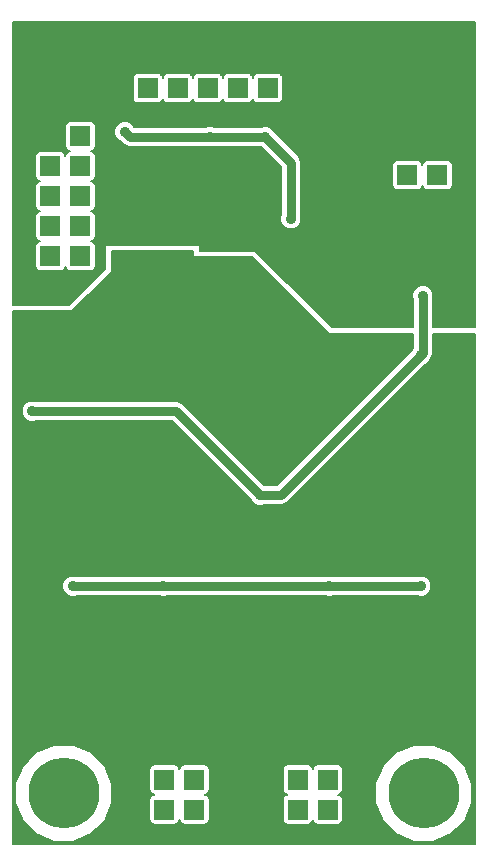
<source format=gbr>
G04 #@! TF.FileFunction,Copper,L1,Top,Signal*
%FSLAX46Y46*%
G04 Gerber Fmt 4.6, Leading zero omitted, Abs format (unit mm)*
G04 Created by KiCad (PCBNEW 0.201503110816+5502~22~ubuntu14.04.1-product) date St 11. březen 2015, 23:45:28 CET*
%MOMM*%
G01*
G04 APERTURE LIST*
%ADD10C,0.100000*%
%ADD11R,1.651000X1.651000*%
%ADD12C,6.000000*%
%ADD13C,0.889000*%
%ADD14C,0.500000*%
%ADD15C,0.254000*%
%ADD16C,0.600000*%
%ADD17C,0.400000*%
%ADD18C,0.800000*%
%ADD19C,0.300000*%
%ADD20C,0.200000*%
G04 APERTURE END LIST*
D10*
D11*
X58820253Y-85714615D03*
X58820253Y-83174615D03*
X53740253Y-85714615D03*
X56280253Y-85714615D03*
X61360253Y-85714615D03*
X61360253Y-83174615D03*
X56280253Y-83174615D03*
X53740253Y-83174615D03*
X47517253Y-85714615D03*
X47517253Y-83174615D03*
X42437253Y-85714615D03*
X44977253Y-85714615D03*
X50057253Y-85714615D03*
X50057253Y-83174615D03*
X44977253Y-83174615D03*
X42437253Y-83174615D03*
X65551253Y-29453615D03*
X65551253Y-31993615D03*
X65551253Y-34533615D03*
X68091253Y-34533615D03*
X68091253Y-31993615D03*
X68091253Y-29453615D03*
X37865253Y-33771615D03*
X35325253Y-33771615D03*
X37865253Y-38851615D03*
X37865253Y-36311615D03*
X37865253Y-31231615D03*
X35325253Y-31231615D03*
X35325253Y-36311615D03*
X35325253Y-38851615D03*
X51200253Y-24627615D03*
X43580253Y-22087615D03*
X48660253Y-22087615D03*
X43580253Y-24627615D03*
X53740253Y-22087615D03*
X51200253Y-22087615D03*
X46120253Y-22087615D03*
X53740253Y-24627615D03*
X46120253Y-24627615D03*
X48660253Y-24627615D03*
D12*
X36468253Y-23357615D03*
X66948253Y-23357615D03*
X66948253Y-84317615D03*
X36468253Y-84317615D03*
D11*
X37865253Y-28691615D03*
X35325253Y-28691615D03*
D13*
X37992253Y-44185615D03*
X40405253Y-46979615D03*
X40151253Y-42661615D03*
X46882253Y-39740615D03*
X52470253Y-39613615D03*
X46628253Y-42788615D03*
X44723253Y-43042615D03*
X47390253Y-41391615D03*
X45485253Y-38978615D03*
X67966793Y-64393855D03*
X44888353Y-45519115D03*
X45170293Y-49517075D03*
X44926453Y-53824915D03*
X36976253Y-47106615D03*
X54565753Y-53614095D03*
X56412333Y-52747955D03*
X58289393Y-52775895D03*
X54766413Y-49484055D03*
X56729833Y-48330895D03*
X46041513Y-57673015D03*
X50133453Y-58569635D03*
X48152253Y-58153075D03*
X54611473Y-57385995D03*
X43473573Y-43743655D03*
X45401433Y-40599135D03*
X63646253Y-46217615D03*
X62376253Y-47995615D03*
X60699853Y-46624015D03*
X66186253Y-51373815D03*
X69920053Y-51170615D03*
X69462853Y-56428415D03*
X66668853Y-55971215D03*
X68116653Y-58257215D03*
X56788253Y-79237615D03*
X59328253Y-73141615D03*
X59836253Y-69077615D03*
X57423253Y-68569615D03*
X57677253Y-65267615D03*
X60090253Y-51424615D03*
X60090253Y-56631615D03*
X63011253Y-63362615D03*
X41548253Y-63108615D03*
X46374253Y-64505615D03*
X52724253Y-79872615D03*
X47898253Y-78221615D03*
X46501253Y-75681615D03*
X40913253Y-76951615D03*
X36468253Y-71871615D03*
X33928253Y-68442615D03*
X62884253Y-77078615D03*
X67583253Y-77078615D03*
X66567253Y-71363615D03*
X56661253Y-72379615D03*
X52597253Y-76951615D03*
X68599253Y-53314375D03*
X68218253Y-51170615D03*
X70250253Y-58663615D03*
X66186253Y-53710615D03*
X48152253Y-64124615D03*
X54121253Y-63616615D03*
X57169253Y-60187615D03*
X33801253Y-51975621D03*
X66732353Y-47195515D03*
X66856813Y-42209495D03*
X53090013Y-59080175D03*
X40405253Y-34660615D03*
X60344253Y-20690615D03*
X61233253Y-23103615D03*
X58312253Y-23230615D03*
X58312253Y-26913615D03*
X52724253Y-30850615D03*
X49168253Y-31739615D03*
X47263253Y-34152615D03*
X46247253Y-35930615D03*
X45358253Y-37200615D03*
X47136253Y-37200615D03*
X48660253Y-37200615D03*
X48660253Y-35549615D03*
X56153253Y-38470615D03*
X56153253Y-40121615D03*
X60598253Y-42788615D03*
X45231253Y-31993615D03*
X45239744Y-33263615D03*
X49930253Y-30088615D03*
X55683353Y-35679155D03*
X48817733Y-28739875D03*
X53511653Y-28757655D03*
X41621913Y-28315695D03*
X66694253Y-66791615D03*
X58947253Y-66791615D03*
X44850253Y-66791615D03*
X37230253Y-66791615D03*
D14*
X36976253Y-45201615D02*
X37547754Y-44630114D01*
X36976253Y-47106615D02*
X36976253Y-45201615D01*
X37547754Y-44630114D02*
X37992253Y-44185615D01*
X40151253Y-46725615D02*
X40405253Y-46979615D01*
X40151253Y-42661615D02*
X40151253Y-46725615D01*
D15*
X43473573Y-43743655D02*
X46882253Y-40334975D01*
D16*
X47009253Y-39613615D02*
X46882253Y-39740615D01*
D15*
X46882253Y-40334975D02*
X46882253Y-39740615D01*
D16*
X52470253Y-39613615D02*
X47009253Y-39613615D01*
D15*
X46374253Y-43042615D02*
X46628253Y-42788615D01*
X44723253Y-43042615D02*
X46374253Y-43042615D01*
X46761636Y-41391615D02*
X47390253Y-41391615D01*
X46193913Y-41391615D02*
X46761636Y-41391615D01*
X45401433Y-40599135D02*
X46193913Y-41391615D01*
D17*
X45688453Y-64386235D02*
X46317070Y-64386235D01*
X46317070Y-64386235D02*
X48152253Y-62551052D01*
X48152253Y-62551052D02*
X48152253Y-58781692D01*
X48152253Y-58781692D02*
X48152253Y-58153075D01*
D15*
X45170293Y-49517075D02*
X45170293Y-45801055D01*
X45170293Y-45801055D02*
X44888353Y-45519115D01*
D17*
X58261453Y-52747955D02*
X58289393Y-52775895D01*
X56412333Y-52747955D02*
X58261453Y-52747955D01*
X55576673Y-49484055D02*
X56729833Y-48330895D01*
X54766413Y-49484055D02*
X55576673Y-49484055D01*
X49236833Y-57673015D02*
X50133453Y-58569635D01*
X46041513Y-57673015D02*
X49236833Y-57673015D01*
D14*
X63646253Y-46725615D02*
X62376253Y-47995615D01*
X63646253Y-46217615D02*
X63646253Y-46725615D01*
X62071453Y-47995615D02*
X60699853Y-46624015D01*
X62376253Y-47995615D02*
X62071453Y-47995615D01*
X69716853Y-51373815D02*
X69920053Y-51170615D01*
X66186253Y-51373815D02*
X69716853Y-51373815D01*
X67126053Y-56428415D02*
X66668853Y-55971215D01*
X69462853Y-56428415D02*
X67126053Y-56428415D01*
D18*
X56788253Y-75681615D02*
X59328253Y-73141615D01*
X56788253Y-79237615D02*
X56788253Y-75681615D01*
X57931253Y-69077615D02*
X57423253Y-68569615D01*
X59836253Y-69077615D02*
X57931253Y-69077615D01*
X58738973Y-52775895D02*
X60090253Y-51424615D01*
X58289393Y-52775895D02*
X58738973Y-52775895D01*
D14*
X61106253Y-65267615D02*
X63011253Y-63362615D01*
X57677253Y-65267615D02*
X61106253Y-65267615D01*
X41548253Y-63108615D02*
X42945253Y-64505615D01*
X42945253Y-64505615D02*
X45745636Y-64505615D01*
X45745636Y-64505615D02*
X46374253Y-64505615D01*
X51073253Y-78221615D02*
X47898253Y-78221615D01*
X52724253Y-79872615D02*
X51073253Y-78221615D01*
X45231253Y-76951615D02*
X40913253Y-76951615D01*
X46501253Y-75681615D02*
X45231253Y-76951615D01*
X36468253Y-70982615D02*
X33928253Y-68442615D01*
X36468253Y-71871615D02*
X36468253Y-70982615D01*
X62884253Y-76697615D02*
X62884253Y-77078615D01*
X59328253Y-73141615D02*
X62884253Y-76697615D01*
X67583253Y-72379615D02*
X66567253Y-71363615D01*
X67583253Y-77078615D02*
X67583253Y-72379615D01*
X52597253Y-76443615D02*
X52597253Y-76951615D01*
X56661253Y-72379615D02*
X52597253Y-76443615D01*
X66389453Y-51170615D02*
X66186253Y-51373815D01*
X68218253Y-51170615D02*
X66389453Y-51170615D01*
X69462853Y-57876215D02*
X70250253Y-58663615D01*
X69462853Y-56428415D02*
X69462853Y-57876215D01*
X48660253Y-63616615D02*
X53492636Y-63616615D01*
D18*
X56026253Y-63616615D02*
X54749870Y-63616615D01*
X57677253Y-65267615D02*
X56026253Y-63616615D01*
X54749870Y-63616615D02*
X54121253Y-63616615D01*
D14*
X48152253Y-64124615D02*
X48660253Y-63616615D01*
X53492636Y-63616615D02*
X54121253Y-63616615D01*
D18*
X60090253Y-57266615D02*
X57613752Y-59743116D01*
X60090253Y-56631615D02*
X60090253Y-57266615D01*
X57613752Y-59743116D02*
X57169253Y-60187615D01*
X66856813Y-47071055D02*
X66732353Y-47195515D01*
X66856813Y-42209495D02*
X66856813Y-47071055D01*
X54847693Y-59080175D02*
X53090013Y-59080175D01*
X66732353Y-47195515D02*
X54847693Y-59080175D01*
X45985459Y-51975621D02*
X33801253Y-51975621D01*
X53090013Y-59080175D02*
X45985459Y-51975621D01*
D19*
X46247253Y-35930615D02*
X41675253Y-35930615D01*
X41675253Y-35930615D02*
X40405253Y-34660615D01*
D16*
X61233253Y-23103615D02*
X61233253Y-21579615D01*
X61233253Y-21579615D02*
X60344253Y-20690615D01*
X58312253Y-26913615D02*
X58312253Y-23230615D01*
X47263253Y-34152615D02*
X47263253Y-33644615D01*
X47263253Y-33644615D02*
X49168253Y-31739615D01*
X45358253Y-37200615D02*
X45358253Y-36819615D01*
X45358253Y-36819615D02*
X46247253Y-35930615D01*
X48660253Y-37200615D02*
X47136253Y-37200615D01*
X51390754Y-38026116D02*
X48914253Y-35549615D01*
X48914253Y-35549615D02*
X48660253Y-35549615D01*
X56153253Y-38470615D02*
X55708754Y-38026116D01*
X55708754Y-38026116D02*
X51390754Y-38026116D01*
X60598253Y-42788615D02*
X58820253Y-42788615D01*
X58820253Y-42788615D02*
X56153253Y-40121615D01*
D19*
X45239744Y-33263615D02*
X45239744Y-32002106D01*
X45239744Y-32002106D02*
X45231253Y-31993615D01*
D16*
X50692253Y-30850615D02*
X50374752Y-30533114D01*
X52724253Y-30850615D02*
X50692253Y-30850615D01*
X50374752Y-30533114D02*
X49930253Y-30088615D01*
D18*
X55683353Y-30929355D02*
X53511653Y-28757655D01*
X55683353Y-35679155D02*
X55683353Y-30929355D01*
X48835513Y-28757655D02*
X48817733Y-28739875D01*
X53511653Y-28757655D02*
X48835513Y-28757655D01*
X42046093Y-28739875D02*
X41621913Y-28315695D01*
X48817733Y-28739875D02*
X42046093Y-28739875D01*
X66694253Y-66791615D02*
X58947253Y-66791615D01*
X58947253Y-66791615D02*
X44850253Y-66791615D01*
X44850253Y-66791615D02*
X37230253Y-66791615D01*
D20*
G36*
X71272253Y-19033615D02*
X71272253Y-23343299D01*
X54565753Y-23343299D01*
X52914753Y-23343299D01*
X52743170Y-23376590D01*
X52592363Y-23475654D01*
X52491415Y-23625205D01*
X52470489Y-23729550D01*
X52451278Y-23630532D01*
X52352214Y-23479725D01*
X52202663Y-23378777D01*
X52025753Y-23343299D01*
X50374753Y-23343299D01*
X50203170Y-23376590D01*
X50052363Y-23475654D01*
X49951415Y-23625205D01*
X49930489Y-23729550D01*
X49911278Y-23630532D01*
X49812214Y-23479725D01*
X49662663Y-23378777D01*
X49485753Y-23343299D01*
X47834753Y-23343299D01*
X47663170Y-23376590D01*
X47512363Y-23475654D01*
X47411415Y-23625205D01*
X47390489Y-23729550D01*
X47371278Y-23630532D01*
X47272214Y-23479725D01*
X47122663Y-23378777D01*
X46945753Y-23343299D01*
X45294753Y-23343299D01*
X45123170Y-23376590D01*
X44972363Y-23475654D01*
X44871415Y-23625205D01*
X44850489Y-23729550D01*
X44831278Y-23630532D01*
X44732214Y-23479725D01*
X44582663Y-23378777D01*
X44405753Y-23343299D01*
X42754753Y-23343299D01*
X42583170Y-23376590D01*
X42432363Y-23475654D01*
X42331415Y-23625205D01*
X42295937Y-23802115D01*
X42295937Y-25453115D01*
X42329228Y-25624698D01*
X42428292Y-25775505D01*
X42577843Y-25876453D01*
X42754753Y-25911931D01*
X44405753Y-25911931D01*
X44577336Y-25878640D01*
X44728143Y-25779576D01*
X44829091Y-25630025D01*
X44850016Y-25525681D01*
X44869228Y-25624698D01*
X44968292Y-25775505D01*
X45117843Y-25876453D01*
X45294753Y-25911931D01*
X46945753Y-25911931D01*
X47117336Y-25878640D01*
X47268143Y-25779576D01*
X47369091Y-25630025D01*
X47390016Y-25525681D01*
X47409228Y-25624698D01*
X47508292Y-25775505D01*
X47657843Y-25876453D01*
X47834753Y-25911931D01*
X49485753Y-25911931D01*
X49657336Y-25878640D01*
X49808143Y-25779576D01*
X49909091Y-25630025D01*
X49930016Y-25525681D01*
X49949228Y-25624698D01*
X50048292Y-25775505D01*
X50197843Y-25876453D01*
X50374753Y-25911931D01*
X52025753Y-25911931D01*
X52197336Y-25878640D01*
X52348143Y-25779576D01*
X52449091Y-25630025D01*
X52470016Y-25525681D01*
X52489228Y-25624698D01*
X52588292Y-25775505D01*
X52737843Y-25876453D01*
X52914753Y-25911931D01*
X54565753Y-25911931D01*
X54737336Y-25878640D01*
X54888143Y-25779576D01*
X54989091Y-25630025D01*
X55024569Y-25453115D01*
X55024569Y-23802115D01*
X54991278Y-23630532D01*
X54892214Y-23479725D01*
X54742663Y-23378777D01*
X54565753Y-23343299D01*
X71272253Y-23343299D01*
X71272253Y-27407299D01*
X38690753Y-27407299D01*
X37039753Y-27407299D01*
X36868170Y-27440590D01*
X36717363Y-27539654D01*
X36616415Y-27689205D01*
X36580937Y-27866115D01*
X36580937Y-29517115D01*
X36614228Y-29688698D01*
X36713292Y-29839505D01*
X36862843Y-29940453D01*
X36967187Y-29961379D01*
X36868170Y-29980590D01*
X36717363Y-30079654D01*
X36616415Y-30229205D01*
X36595489Y-30333550D01*
X36576278Y-30234532D01*
X36477214Y-30083725D01*
X36327663Y-29982777D01*
X36150753Y-29947299D01*
X34499753Y-29947299D01*
X34328170Y-29980590D01*
X34177363Y-30079654D01*
X34076415Y-30229205D01*
X34040937Y-30406115D01*
X34040937Y-32057115D01*
X34074228Y-32228698D01*
X34173292Y-32379505D01*
X34322843Y-32480453D01*
X34427187Y-32501379D01*
X34328170Y-32520590D01*
X34177363Y-32619654D01*
X34076415Y-32769205D01*
X34040937Y-32946115D01*
X34040937Y-34597115D01*
X34074228Y-34768698D01*
X34173292Y-34919505D01*
X34322843Y-35020453D01*
X34427187Y-35041379D01*
X34328170Y-35060590D01*
X34177363Y-35159654D01*
X34076415Y-35309205D01*
X34040937Y-35486115D01*
X34040937Y-37137115D01*
X34074228Y-37308698D01*
X34173292Y-37459505D01*
X34322843Y-37560453D01*
X34427187Y-37581379D01*
X34328170Y-37600590D01*
X34177363Y-37699654D01*
X34076415Y-37849205D01*
X34040937Y-38026115D01*
X34040937Y-39677115D01*
X34074228Y-39848698D01*
X34173292Y-39999505D01*
X34322843Y-40100453D01*
X34499753Y-40135931D01*
X36150753Y-40135931D01*
X36322336Y-40102640D01*
X36473143Y-40003576D01*
X36574091Y-39854025D01*
X36595016Y-39749681D01*
X36614228Y-39848698D01*
X36713292Y-39999505D01*
X36862843Y-40100453D01*
X37039753Y-40135931D01*
X38690753Y-40135931D01*
X38862336Y-40102640D01*
X39013143Y-40003576D01*
X39114091Y-39854025D01*
X39149569Y-39677115D01*
X39149569Y-38026115D01*
X39116278Y-37854532D01*
X39017214Y-37703725D01*
X38867663Y-37602777D01*
X38763318Y-37581852D01*
X38862336Y-37562640D01*
X39013143Y-37463576D01*
X39114091Y-37314025D01*
X39149569Y-37137115D01*
X39149569Y-35486115D01*
X39116278Y-35314532D01*
X39017214Y-35163725D01*
X38867663Y-35062777D01*
X38763318Y-35041852D01*
X38862336Y-35022640D01*
X39013143Y-34923576D01*
X39114091Y-34774025D01*
X39149569Y-34597115D01*
X39149569Y-32946115D01*
X39116278Y-32774532D01*
X39017214Y-32623725D01*
X38867663Y-32522777D01*
X38763318Y-32501852D01*
X38862336Y-32482640D01*
X39013143Y-32383576D01*
X39114091Y-32234025D01*
X39149569Y-32057115D01*
X39149569Y-30406115D01*
X39116278Y-30234532D01*
X39017214Y-30083725D01*
X38867663Y-29982777D01*
X38763318Y-29961852D01*
X38862336Y-29942640D01*
X39013143Y-29843576D01*
X39114091Y-29694025D01*
X39149569Y-29517115D01*
X39149569Y-27866115D01*
X39116278Y-27694532D01*
X39017214Y-27543725D01*
X38867663Y-27442777D01*
X38690753Y-27407299D01*
X71272253Y-27407299D01*
X71272253Y-27421040D01*
X41444767Y-27421040D01*
X41115882Y-27556933D01*
X40864035Y-27808340D01*
X40727569Y-28136987D01*
X40727258Y-28492841D01*
X40863151Y-28821726D01*
X41114558Y-29073573D01*
X41222551Y-29118416D01*
X41445052Y-29340916D01*
X41720812Y-29525173D01*
X42046093Y-29589875D01*
X48532232Y-29589875D01*
X48639025Y-29634219D01*
X48994879Y-29634530D01*
X49059922Y-29607655D01*
X53159571Y-29607655D01*
X54833353Y-31281437D01*
X54833353Y-35393655D01*
X54789009Y-35500447D01*
X54788698Y-35856301D01*
X54924591Y-36185186D01*
X55175998Y-36437033D01*
X55504645Y-36573499D01*
X55860499Y-36573810D01*
X56189384Y-36437917D01*
X56441231Y-36186510D01*
X56577697Y-35857863D01*
X56578008Y-35502009D01*
X56533353Y-35393937D01*
X56533353Y-30929355D01*
X56468651Y-30604074D01*
X56284394Y-30328314D01*
X54314572Y-28358494D01*
X54270415Y-28251624D01*
X54019008Y-27999777D01*
X53690361Y-27863311D01*
X53334507Y-27863000D01*
X53226435Y-27907655D01*
X49146052Y-27907655D01*
X48996441Y-27845531D01*
X48640587Y-27845220D01*
X48532515Y-27889875D01*
X42413817Y-27889875D01*
X42380675Y-27809664D01*
X42129268Y-27557817D01*
X41800621Y-27421351D01*
X41444767Y-27421040D01*
X71272253Y-27421040D01*
X71272253Y-30709299D01*
X68916753Y-30709299D01*
X67265753Y-30709299D01*
X67094170Y-30742590D01*
X66943363Y-30841654D01*
X66842415Y-30991205D01*
X66821489Y-31095550D01*
X66802278Y-30996532D01*
X66703214Y-30845725D01*
X66553663Y-30744777D01*
X66376753Y-30709299D01*
X64725753Y-30709299D01*
X64554170Y-30742590D01*
X64403363Y-30841654D01*
X64302415Y-30991205D01*
X64266937Y-31168115D01*
X64266937Y-32819115D01*
X64300228Y-32990698D01*
X64399292Y-33141505D01*
X64548843Y-33242453D01*
X64725753Y-33277931D01*
X66376753Y-33277931D01*
X66548336Y-33244640D01*
X66699143Y-33145576D01*
X66800091Y-32996025D01*
X66821016Y-32891681D01*
X66840228Y-32990698D01*
X66939292Y-33141505D01*
X67088843Y-33242453D01*
X67265753Y-33277931D01*
X68916753Y-33277931D01*
X69088336Y-33244640D01*
X69239143Y-33145576D01*
X69340091Y-32996025D01*
X69375569Y-32819115D01*
X69375569Y-31168115D01*
X69342278Y-30996532D01*
X69243214Y-30845725D01*
X69093663Y-30744777D01*
X68916753Y-30709299D01*
X71272253Y-30709299D01*
X71272253Y-44878615D01*
X67706813Y-44878615D01*
X67706813Y-42494996D01*
X67751157Y-42388203D01*
X67751468Y-42032349D01*
X67615575Y-41703464D01*
X67364168Y-41451617D01*
X67035521Y-41315151D01*
X66679667Y-41314840D01*
X66350782Y-41450733D01*
X66098935Y-41702140D01*
X65962469Y-42030787D01*
X65962158Y-42386641D01*
X66006813Y-42494714D01*
X66006813Y-44878615D01*
X59133649Y-44878615D01*
X52656649Y-38401615D01*
X47967253Y-38401615D01*
X47967253Y-37893615D01*
X46755253Y-37893615D01*
X39955253Y-37893615D01*
X39955253Y-39935219D01*
X36916857Y-42973615D01*
X32144253Y-42973615D01*
X32144253Y-19033615D01*
X71272253Y-19033615D01*
X71272253Y-19033615D01*
G37*
X71272253Y-19033615D02*
X71272253Y-23343299D01*
X54565753Y-23343299D01*
X52914753Y-23343299D01*
X52743170Y-23376590D01*
X52592363Y-23475654D01*
X52491415Y-23625205D01*
X52470489Y-23729550D01*
X52451278Y-23630532D01*
X52352214Y-23479725D01*
X52202663Y-23378777D01*
X52025753Y-23343299D01*
X50374753Y-23343299D01*
X50203170Y-23376590D01*
X50052363Y-23475654D01*
X49951415Y-23625205D01*
X49930489Y-23729550D01*
X49911278Y-23630532D01*
X49812214Y-23479725D01*
X49662663Y-23378777D01*
X49485753Y-23343299D01*
X47834753Y-23343299D01*
X47663170Y-23376590D01*
X47512363Y-23475654D01*
X47411415Y-23625205D01*
X47390489Y-23729550D01*
X47371278Y-23630532D01*
X47272214Y-23479725D01*
X47122663Y-23378777D01*
X46945753Y-23343299D01*
X45294753Y-23343299D01*
X45123170Y-23376590D01*
X44972363Y-23475654D01*
X44871415Y-23625205D01*
X44850489Y-23729550D01*
X44831278Y-23630532D01*
X44732214Y-23479725D01*
X44582663Y-23378777D01*
X44405753Y-23343299D01*
X42754753Y-23343299D01*
X42583170Y-23376590D01*
X42432363Y-23475654D01*
X42331415Y-23625205D01*
X42295937Y-23802115D01*
X42295937Y-25453115D01*
X42329228Y-25624698D01*
X42428292Y-25775505D01*
X42577843Y-25876453D01*
X42754753Y-25911931D01*
X44405753Y-25911931D01*
X44577336Y-25878640D01*
X44728143Y-25779576D01*
X44829091Y-25630025D01*
X44850016Y-25525681D01*
X44869228Y-25624698D01*
X44968292Y-25775505D01*
X45117843Y-25876453D01*
X45294753Y-25911931D01*
X46945753Y-25911931D01*
X47117336Y-25878640D01*
X47268143Y-25779576D01*
X47369091Y-25630025D01*
X47390016Y-25525681D01*
X47409228Y-25624698D01*
X47508292Y-25775505D01*
X47657843Y-25876453D01*
X47834753Y-25911931D01*
X49485753Y-25911931D01*
X49657336Y-25878640D01*
X49808143Y-25779576D01*
X49909091Y-25630025D01*
X49930016Y-25525681D01*
X49949228Y-25624698D01*
X50048292Y-25775505D01*
X50197843Y-25876453D01*
X50374753Y-25911931D01*
X52025753Y-25911931D01*
X52197336Y-25878640D01*
X52348143Y-25779576D01*
X52449091Y-25630025D01*
X52470016Y-25525681D01*
X52489228Y-25624698D01*
X52588292Y-25775505D01*
X52737843Y-25876453D01*
X52914753Y-25911931D01*
X54565753Y-25911931D01*
X54737336Y-25878640D01*
X54888143Y-25779576D01*
X54989091Y-25630025D01*
X55024569Y-25453115D01*
X55024569Y-23802115D01*
X54991278Y-23630532D01*
X54892214Y-23479725D01*
X54742663Y-23378777D01*
X54565753Y-23343299D01*
X71272253Y-23343299D01*
X71272253Y-27407299D01*
X38690753Y-27407299D01*
X37039753Y-27407299D01*
X36868170Y-27440590D01*
X36717363Y-27539654D01*
X36616415Y-27689205D01*
X36580937Y-27866115D01*
X36580937Y-29517115D01*
X36614228Y-29688698D01*
X36713292Y-29839505D01*
X36862843Y-29940453D01*
X36967187Y-29961379D01*
X36868170Y-29980590D01*
X36717363Y-30079654D01*
X36616415Y-30229205D01*
X36595489Y-30333550D01*
X36576278Y-30234532D01*
X36477214Y-30083725D01*
X36327663Y-29982777D01*
X36150753Y-29947299D01*
X34499753Y-29947299D01*
X34328170Y-29980590D01*
X34177363Y-30079654D01*
X34076415Y-30229205D01*
X34040937Y-30406115D01*
X34040937Y-32057115D01*
X34074228Y-32228698D01*
X34173292Y-32379505D01*
X34322843Y-32480453D01*
X34427187Y-32501379D01*
X34328170Y-32520590D01*
X34177363Y-32619654D01*
X34076415Y-32769205D01*
X34040937Y-32946115D01*
X34040937Y-34597115D01*
X34074228Y-34768698D01*
X34173292Y-34919505D01*
X34322843Y-35020453D01*
X34427187Y-35041379D01*
X34328170Y-35060590D01*
X34177363Y-35159654D01*
X34076415Y-35309205D01*
X34040937Y-35486115D01*
X34040937Y-37137115D01*
X34074228Y-37308698D01*
X34173292Y-37459505D01*
X34322843Y-37560453D01*
X34427187Y-37581379D01*
X34328170Y-37600590D01*
X34177363Y-37699654D01*
X34076415Y-37849205D01*
X34040937Y-38026115D01*
X34040937Y-39677115D01*
X34074228Y-39848698D01*
X34173292Y-39999505D01*
X34322843Y-40100453D01*
X34499753Y-40135931D01*
X36150753Y-40135931D01*
X36322336Y-40102640D01*
X36473143Y-40003576D01*
X36574091Y-39854025D01*
X36595016Y-39749681D01*
X36614228Y-39848698D01*
X36713292Y-39999505D01*
X36862843Y-40100453D01*
X37039753Y-40135931D01*
X38690753Y-40135931D01*
X38862336Y-40102640D01*
X39013143Y-40003576D01*
X39114091Y-39854025D01*
X39149569Y-39677115D01*
X39149569Y-38026115D01*
X39116278Y-37854532D01*
X39017214Y-37703725D01*
X38867663Y-37602777D01*
X38763318Y-37581852D01*
X38862336Y-37562640D01*
X39013143Y-37463576D01*
X39114091Y-37314025D01*
X39149569Y-37137115D01*
X39149569Y-35486115D01*
X39116278Y-35314532D01*
X39017214Y-35163725D01*
X38867663Y-35062777D01*
X38763318Y-35041852D01*
X38862336Y-35022640D01*
X39013143Y-34923576D01*
X39114091Y-34774025D01*
X39149569Y-34597115D01*
X39149569Y-32946115D01*
X39116278Y-32774532D01*
X39017214Y-32623725D01*
X38867663Y-32522777D01*
X38763318Y-32501852D01*
X38862336Y-32482640D01*
X39013143Y-32383576D01*
X39114091Y-32234025D01*
X39149569Y-32057115D01*
X39149569Y-30406115D01*
X39116278Y-30234532D01*
X39017214Y-30083725D01*
X38867663Y-29982777D01*
X38763318Y-29961852D01*
X38862336Y-29942640D01*
X39013143Y-29843576D01*
X39114091Y-29694025D01*
X39149569Y-29517115D01*
X39149569Y-27866115D01*
X39116278Y-27694532D01*
X39017214Y-27543725D01*
X38867663Y-27442777D01*
X38690753Y-27407299D01*
X71272253Y-27407299D01*
X71272253Y-27421040D01*
X41444767Y-27421040D01*
X41115882Y-27556933D01*
X40864035Y-27808340D01*
X40727569Y-28136987D01*
X40727258Y-28492841D01*
X40863151Y-28821726D01*
X41114558Y-29073573D01*
X41222551Y-29118416D01*
X41445052Y-29340916D01*
X41720812Y-29525173D01*
X42046093Y-29589875D01*
X48532232Y-29589875D01*
X48639025Y-29634219D01*
X48994879Y-29634530D01*
X49059922Y-29607655D01*
X53159571Y-29607655D01*
X54833353Y-31281437D01*
X54833353Y-35393655D01*
X54789009Y-35500447D01*
X54788698Y-35856301D01*
X54924591Y-36185186D01*
X55175998Y-36437033D01*
X55504645Y-36573499D01*
X55860499Y-36573810D01*
X56189384Y-36437917D01*
X56441231Y-36186510D01*
X56577697Y-35857863D01*
X56578008Y-35502009D01*
X56533353Y-35393937D01*
X56533353Y-30929355D01*
X56468651Y-30604074D01*
X56284394Y-30328314D01*
X54314572Y-28358494D01*
X54270415Y-28251624D01*
X54019008Y-27999777D01*
X53690361Y-27863311D01*
X53334507Y-27863000D01*
X53226435Y-27907655D01*
X49146052Y-27907655D01*
X48996441Y-27845531D01*
X48640587Y-27845220D01*
X48532515Y-27889875D01*
X42413817Y-27889875D01*
X42380675Y-27809664D01*
X42129268Y-27557817D01*
X41800621Y-27421351D01*
X41444767Y-27421040D01*
X71272253Y-27421040D01*
X71272253Y-30709299D01*
X68916753Y-30709299D01*
X67265753Y-30709299D01*
X67094170Y-30742590D01*
X66943363Y-30841654D01*
X66842415Y-30991205D01*
X66821489Y-31095550D01*
X66802278Y-30996532D01*
X66703214Y-30845725D01*
X66553663Y-30744777D01*
X66376753Y-30709299D01*
X64725753Y-30709299D01*
X64554170Y-30742590D01*
X64403363Y-30841654D01*
X64302415Y-30991205D01*
X64266937Y-31168115D01*
X64266937Y-32819115D01*
X64300228Y-32990698D01*
X64399292Y-33141505D01*
X64548843Y-33242453D01*
X64725753Y-33277931D01*
X66376753Y-33277931D01*
X66548336Y-33244640D01*
X66699143Y-33145576D01*
X66800091Y-32996025D01*
X66821016Y-32891681D01*
X66840228Y-32990698D01*
X66939292Y-33141505D01*
X67088843Y-33242453D01*
X67265753Y-33277931D01*
X68916753Y-33277931D01*
X69088336Y-33244640D01*
X69239143Y-33145576D01*
X69340091Y-32996025D01*
X69375569Y-32819115D01*
X69375569Y-31168115D01*
X69342278Y-30996532D01*
X69243214Y-30845725D01*
X69093663Y-30744777D01*
X68916753Y-30709299D01*
X71272253Y-30709299D01*
X71272253Y-44878615D01*
X67706813Y-44878615D01*
X67706813Y-42494996D01*
X67751157Y-42388203D01*
X67751468Y-42032349D01*
X67615575Y-41703464D01*
X67364168Y-41451617D01*
X67035521Y-41315151D01*
X66679667Y-41314840D01*
X66350782Y-41450733D01*
X66098935Y-41702140D01*
X65962469Y-42030787D01*
X65962158Y-42386641D01*
X66006813Y-42494714D01*
X66006813Y-44878615D01*
X59133649Y-44878615D01*
X52656649Y-38401615D01*
X47967253Y-38401615D01*
X47967253Y-37893615D01*
X46755253Y-37893615D01*
X39955253Y-37893615D01*
X39955253Y-39935219D01*
X36916857Y-42973615D01*
X32144253Y-42973615D01*
X32144253Y-19033615D01*
X71272253Y-19033615D01*
G36*
X47417253Y-38443615D02*
X47417253Y-38951615D01*
X52428832Y-38951615D01*
X58905832Y-45428615D01*
X66006813Y-45428615D01*
X66006813Y-46655879D01*
X65974475Y-46688160D01*
X65929632Y-46796154D01*
X54495611Y-58230175D01*
X53442094Y-58230175D01*
X46586502Y-51374584D01*
X46586500Y-51374580D01*
X46586499Y-51374580D01*
X46310740Y-51190323D01*
X45985459Y-51125621D01*
X45985459Y-51125620D01*
X45985454Y-51125621D01*
X34086753Y-51125621D01*
X33979961Y-51081277D01*
X33624107Y-51080966D01*
X33295222Y-51216859D01*
X33043375Y-51468266D01*
X32906909Y-51796913D01*
X32906598Y-52152767D01*
X33042491Y-52481652D01*
X33293898Y-52733499D01*
X33622545Y-52869965D01*
X33978399Y-52870276D01*
X34086472Y-52825621D01*
X45633377Y-52825621D01*
X52287093Y-59479338D01*
X52331251Y-59586206D01*
X52582658Y-59838053D01*
X52911305Y-59974519D01*
X53267159Y-59974830D01*
X53375232Y-59930175D01*
X54847693Y-59930175D01*
X55172974Y-59865473D01*
X55448734Y-59681216D01*
X67131515Y-47998435D01*
X67238384Y-47954277D01*
X67490231Y-47702870D01*
X67577137Y-47493576D01*
X67642111Y-47396336D01*
X67706813Y-47071055D01*
X67706813Y-45428615D01*
X71272253Y-45428615D01*
X71272253Y-65896960D01*
X66517107Y-65896960D01*
X66409035Y-65941615D01*
X59232753Y-65941615D01*
X59125961Y-65897271D01*
X58770107Y-65896960D01*
X58662035Y-65941615D01*
X45135753Y-65941615D01*
X45028961Y-65897271D01*
X44673107Y-65896960D01*
X44565035Y-65941615D01*
X37515753Y-65941615D01*
X37408961Y-65897271D01*
X37053107Y-65896960D01*
X36724222Y-66032853D01*
X36472375Y-66284260D01*
X36335909Y-66612907D01*
X36335598Y-66968761D01*
X36471491Y-67297646D01*
X36722898Y-67549493D01*
X37051545Y-67685959D01*
X37407399Y-67686270D01*
X37515472Y-67641615D01*
X44564752Y-67641615D01*
X44671545Y-67685959D01*
X45027399Y-67686270D01*
X45135472Y-67641615D01*
X58661752Y-67641615D01*
X58768545Y-67685959D01*
X59124399Y-67686270D01*
X59232472Y-67641615D01*
X66408752Y-67641615D01*
X66515545Y-67685959D01*
X66871399Y-67686270D01*
X67200284Y-67550377D01*
X67452131Y-67298970D01*
X67588597Y-66970323D01*
X67588908Y-66614469D01*
X67453015Y-66285584D01*
X67201608Y-66033737D01*
X66872961Y-65897271D01*
X66517107Y-65896960D01*
X71272253Y-65896960D01*
X71272253Y-80216905D01*
X66136290Y-80216905D01*
X35656290Y-80216905D01*
X34148824Y-80839777D01*
X32994469Y-81992119D01*
X32368966Y-83498497D01*
X32367543Y-85129578D01*
X32990415Y-86637044D01*
X34142757Y-87791399D01*
X35649135Y-88416902D01*
X37280216Y-88418325D01*
X38787682Y-87795453D01*
X39942037Y-86643111D01*
X40567540Y-85136733D01*
X40568963Y-83505652D01*
X39946091Y-81998186D01*
X38793749Y-80843831D01*
X37287371Y-80218328D01*
X35656290Y-80216905D01*
X66136290Y-80216905D01*
X64628824Y-80839777D01*
X63576467Y-81890299D01*
X59645753Y-81890299D01*
X57994753Y-81890299D01*
X57823170Y-81923590D01*
X57672363Y-82022654D01*
X57571415Y-82172205D01*
X57550489Y-82276550D01*
X57531278Y-82177532D01*
X57432214Y-82026725D01*
X57282663Y-81925777D01*
X57105753Y-81890299D01*
X55454753Y-81890299D01*
X48342753Y-81890299D01*
X46691753Y-81890299D01*
X46520170Y-81923590D01*
X46369363Y-82022654D01*
X46268415Y-82172205D01*
X46247489Y-82276550D01*
X46228278Y-82177532D01*
X46129214Y-82026725D01*
X45979663Y-81925777D01*
X45802753Y-81890299D01*
X44151753Y-81890299D01*
X43980170Y-81923590D01*
X43829363Y-82022654D01*
X43728415Y-82172205D01*
X43692937Y-82349115D01*
X43692937Y-84000115D01*
X43726228Y-84171698D01*
X43825292Y-84322505D01*
X43974843Y-84423453D01*
X44079187Y-84444379D01*
X43980170Y-84463590D01*
X43829363Y-84562654D01*
X43728415Y-84712205D01*
X43692937Y-84889115D01*
X43692937Y-86540115D01*
X43726228Y-86711698D01*
X43825292Y-86862505D01*
X43974843Y-86963453D01*
X44151753Y-86998931D01*
X45802753Y-86998931D01*
X45974336Y-86965640D01*
X46125143Y-86866576D01*
X46226091Y-86717025D01*
X46247016Y-86612681D01*
X46266228Y-86711698D01*
X46365292Y-86862505D01*
X46514843Y-86963453D01*
X46691753Y-86998931D01*
X48342753Y-86998931D01*
X48514336Y-86965640D01*
X48665143Y-86866576D01*
X48766091Y-86717025D01*
X48801569Y-86540115D01*
X48801569Y-84889115D01*
X48768278Y-84717532D01*
X48669214Y-84566725D01*
X48519663Y-84465777D01*
X48415318Y-84444852D01*
X48514336Y-84425640D01*
X48665143Y-84326576D01*
X48766091Y-84177025D01*
X48801569Y-84000115D01*
X48801569Y-82349115D01*
X48768278Y-82177532D01*
X48669214Y-82026725D01*
X48519663Y-81925777D01*
X48342753Y-81890299D01*
X55454753Y-81890299D01*
X55283170Y-81923590D01*
X55132363Y-82022654D01*
X55031415Y-82172205D01*
X54995937Y-82349115D01*
X54995937Y-84000115D01*
X55029228Y-84171698D01*
X55128292Y-84322505D01*
X55277843Y-84423453D01*
X55382187Y-84444379D01*
X55283170Y-84463590D01*
X55132363Y-84562654D01*
X55031415Y-84712205D01*
X54995937Y-84889115D01*
X54995937Y-86540115D01*
X55029228Y-86711698D01*
X55128292Y-86862505D01*
X55277843Y-86963453D01*
X55454753Y-86998931D01*
X57105753Y-86998931D01*
X57277336Y-86965640D01*
X57428143Y-86866576D01*
X57529091Y-86717025D01*
X57550016Y-86612681D01*
X57569228Y-86711698D01*
X57668292Y-86862505D01*
X57817843Y-86963453D01*
X57994753Y-86998931D01*
X59645753Y-86998931D01*
X59817336Y-86965640D01*
X59968143Y-86866576D01*
X60069091Y-86717025D01*
X60104569Y-86540115D01*
X60104569Y-84889115D01*
X60071278Y-84717532D01*
X59972214Y-84566725D01*
X59822663Y-84465777D01*
X59718318Y-84444852D01*
X59817336Y-84425640D01*
X59968143Y-84326576D01*
X60069091Y-84177025D01*
X60104569Y-84000115D01*
X60104569Y-82349115D01*
X60071278Y-82177532D01*
X59972214Y-82026725D01*
X59822663Y-81925777D01*
X59645753Y-81890299D01*
X63576467Y-81890299D01*
X63474469Y-81992119D01*
X62848966Y-83498497D01*
X62847543Y-85129578D01*
X63470415Y-86637044D01*
X64622757Y-87791399D01*
X66129135Y-88416902D01*
X67760216Y-88418325D01*
X69267682Y-87795453D01*
X70422037Y-86643111D01*
X71047540Y-85136733D01*
X71048963Y-83505652D01*
X70426091Y-81998186D01*
X69273749Y-80843831D01*
X67767371Y-80218328D01*
X66136290Y-80216905D01*
X71272253Y-80216905D01*
X71272253Y-88641615D01*
X32144253Y-88641615D01*
X32144253Y-43523615D01*
X37144674Y-43523615D01*
X40505253Y-40163036D01*
X40505253Y-38443615D01*
X46755253Y-38443615D01*
X47417253Y-38443615D01*
X47417253Y-38443615D01*
G37*
X47417253Y-38443615D02*
X47417253Y-38951615D01*
X52428832Y-38951615D01*
X58905832Y-45428615D01*
X66006813Y-45428615D01*
X66006813Y-46655879D01*
X65974475Y-46688160D01*
X65929632Y-46796154D01*
X54495611Y-58230175D01*
X53442094Y-58230175D01*
X46586502Y-51374584D01*
X46586500Y-51374580D01*
X46586499Y-51374580D01*
X46310740Y-51190323D01*
X45985459Y-51125621D01*
X45985459Y-51125620D01*
X45985454Y-51125621D01*
X34086753Y-51125621D01*
X33979961Y-51081277D01*
X33624107Y-51080966D01*
X33295222Y-51216859D01*
X33043375Y-51468266D01*
X32906909Y-51796913D01*
X32906598Y-52152767D01*
X33042491Y-52481652D01*
X33293898Y-52733499D01*
X33622545Y-52869965D01*
X33978399Y-52870276D01*
X34086472Y-52825621D01*
X45633377Y-52825621D01*
X52287093Y-59479338D01*
X52331251Y-59586206D01*
X52582658Y-59838053D01*
X52911305Y-59974519D01*
X53267159Y-59974830D01*
X53375232Y-59930175D01*
X54847693Y-59930175D01*
X55172974Y-59865473D01*
X55448734Y-59681216D01*
X67131515Y-47998435D01*
X67238384Y-47954277D01*
X67490231Y-47702870D01*
X67577137Y-47493576D01*
X67642111Y-47396336D01*
X67706813Y-47071055D01*
X67706813Y-45428615D01*
X71272253Y-45428615D01*
X71272253Y-65896960D01*
X66517107Y-65896960D01*
X66409035Y-65941615D01*
X59232753Y-65941615D01*
X59125961Y-65897271D01*
X58770107Y-65896960D01*
X58662035Y-65941615D01*
X45135753Y-65941615D01*
X45028961Y-65897271D01*
X44673107Y-65896960D01*
X44565035Y-65941615D01*
X37515753Y-65941615D01*
X37408961Y-65897271D01*
X37053107Y-65896960D01*
X36724222Y-66032853D01*
X36472375Y-66284260D01*
X36335909Y-66612907D01*
X36335598Y-66968761D01*
X36471491Y-67297646D01*
X36722898Y-67549493D01*
X37051545Y-67685959D01*
X37407399Y-67686270D01*
X37515472Y-67641615D01*
X44564752Y-67641615D01*
X44671545Y-67685959D01*
X45027399Y-67686270D01*
X45135472Y-67641615D01*
X58661752Y-67641615D01*
X58768545Y-67685959D01*
X59124399Y-67686270D01*
X59232472Y-67641615D01*
X66408752Y-67641615D01*
X66515545Y-67685959D01*
X66871399Y-67686270D01*
X67200284Y-67550377D01*
X67452131Y-67298970D01*
X67588597Y-66970323D01*
X67588908Y-66614469D01*
X67453015Y-66285584D01*
X67201608Y-66033737D01*
X66872961Y-65897271D01*
X66517107Y-65896960D01*
X71272253Y-65896960D01*
X71272253Y-80216905D01*
X66136290Y-80216905D01*
X35656290Y-80216905D01*
X34148824Y-80839777D01*
X32994469Y-81992119D01*
X32368966Y-83498497D01*
X32367543Y-85129578D01*
X32990415Y-86637044D01*
X34142757Y-87791399D01*
X35649135Y-88416902D01*
X37280216Y-88418325D01*
X38787682Y-87795453D01*
X39942037Y-86643111D01*
X40567540Y-85136733D01*
X40568963Y-83505652D01*
X39946091Y-81998186D01*
X38793749Y-80843831D01*
X37287371Y-80218328D01*
X35656290Y-80216905D01*
X66136290Y-80216905D01*
X64628824Y-80839777D01*
X63576467Y-81890299D01*
X59645753Y-81890299D01*
X57994753Y-81890299D01*
X57823170Y-81923590D01*
X57672363Y-82022654D01*
X57571415Y-82172205D01*
X57550489Y-82276550D01*
X57531278Y-82177532D01*
X57432214Y-82026725D01*
X57282663Y-81925777D01*
X57105753Y-81890299D01*
X55454753Y-81890299D01*
X48342753Y-81890299D01*
X46691753Y-81890299D01*
X46520170Y-81923590D01*
X46369363Y-82022654D01*
X46268415Y-82172205D01*
X46247489Y-82276550D01*
X46228278Y-82177532D01*
X46129214Y-82026725D01*
X45979663Y-81925777D01*
X45802753Y-81890299D01*
X44151753Y-81890299D01*
X43980170Y-81923590D01*
X43829363Y-82022654D01*
X43728415Y-82172205D01*
X43692937Y-82349115D01*
X43692937Y-84000115D01*
X43726228Y-84171698D01*
X43825292Y-84322505D01*
X43974843Y-84423453D01*
X44079187Y-84444379D01*
X43980170Y-84463590D01*
X43829363Y-84562654D01*
X43728415Y-84712205D01*
X43692937Y-84889115D01*
X43692937Y-86540115D01*
X43726228Y-86711698D01*
X43825292Y-86862505D01*
X43974843Y-86963453D01*
X44151753Y-86998931D01*
X45802753Y-86998931D01*
X45974336Y-86965640D01*
X46125143Y-86866576D01*
X46226091Y-86717025D01*
X46247016Y-86612681D01*
X46266228Y-86711698D01*
X46365292Y-86862505D01*
X46514843Y-86963453D01*
X46691753Y-86998931D01*
X48342753Y-86998931D01*
X48514336Y-86965640D01*
X48665143Y-86866576D01*
X48766091Y-86717025D01*
X48801569Y-86540115D01*
X48801569Y-84889115D01*
X48768278Y-84717532D01*
X48669214Y-84566725D01*
X48519663Y-84465777D01*
X48415318Y-84444852D01*
X48514336Y-84425640D01*
X48665143Y-84326576D01*
X48766091Y-84177025D01*
X48801569Y-84000115D01*
X48801569Y-82349115D01*
X48768278Y-82177532D01*
X48669214Y-82026725D01*
X48519663Y-81925777D01*
X48342753Y-81890299D01*
X55454753Y-81890299D01*
X55283170Y-81923590D01*
X55132363Y-82022654D01*
X55031415Y-82172205D01*
X54995937Y-82349115D01*
X54995937Y-84000115D01*
X55029228Y-84171698D01*
X55128292Y-84322505D01*
X55277843Y-84423453D01*
X55382187Y-84444379D01*
X55283170Y-84463590D01*
X55132363Y-84562654D01*
X55031415Y-84712205D01*
X54995937Y-84889115D01*
X54995937Y-86540115D01*
X55029228Y-86711698D01*
X55128292Y-86862505D01*
X55277843Y-86963453D01*
X55454753Y-86998931D01*
X57105753Y-86998931D01*
X57277336Y-86965640D01*
X57428143Y-86866576D01*
X57529091Y-86717025D01*
X57550016Y-86612681D01*
X57569228Y-86711698D01*
X57668292Y-86862505D01*
X57817843Y-86963453D01*
X57994753Y-86998931D01*
X59645753Y-86998931D01*
X59817336Y-86965640D01*
X59968143Y-86866576D01*
X60069091Y-86717025D01*
X60104569Y-86540115D01*
X60104569Y-84889115D01*
X60071278Y-84717532D01*
X59972214Y-84566725D01*
X59822663Y-84465777D01*
X59718318Y-84444852D01*
X59817336Y-84425640D01*
X59968143Y-84326576D01*
X60069091Y-84177025D01*
X60104569Y-84000115D01*
X60104569Y-82349115D01*
X60071278Y-82177532D01*
X59972214Y-82026725D01*
X59822663Y-81925777D01*
X59645753Y-81890299D01*
X63576467Y-81890299D01*
X63474469Y-81992119D01*
X62848966Y-83498497D01*
X62847543Y-85129578D01*
X63470415Y-86637044D01*
X64622757Y-87791399D01*
X66129135Y-88416902D01*
X67760216Y-88418325D01*
X69267682Y-87795453D01*
X70422037Y-86643111D01*
X71047540Y-85136733D01*
X71048963Y-83505652D01*
X70426091Y-81998186D01*
X69273749Y-80843831D01*
X67767371Y-80218328D01*
X66136290Y-80216905D01*
X71272253Y-80216905D01*
X71272253Y-88641615D01*
X32144253Y-88641615D01*
X32144253Y-43523615D01*
X37144674Y-43523615D01*
X40505253Y-40163036D01*
X40505253Y-38443615D01*
X46755253Y-38443615D01*
X47417253Y-38443615D01*
M02*

</source>
